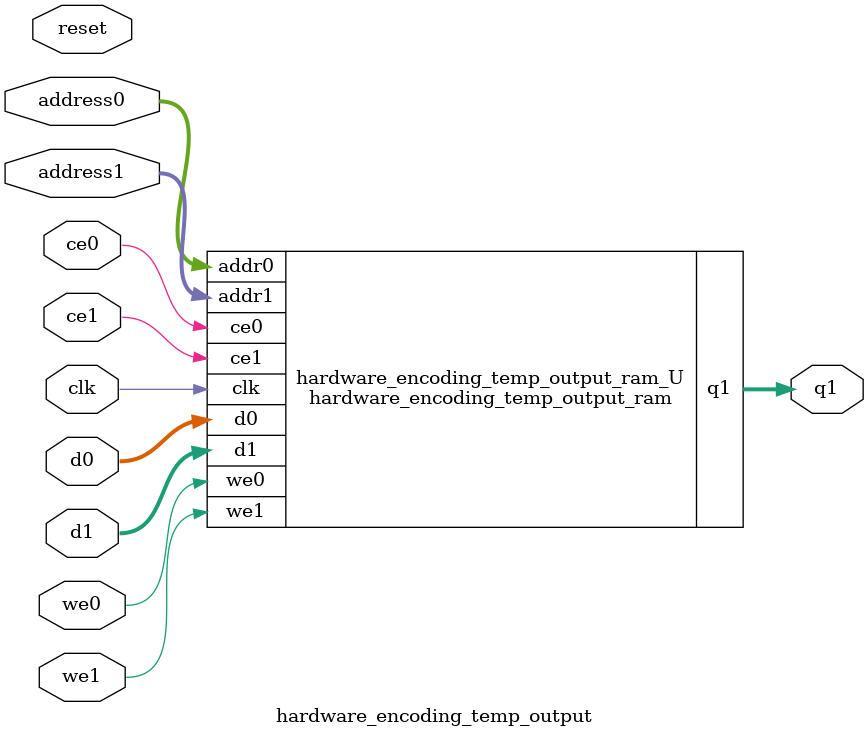
<source format=v>
`timescale 1 ns / 1 ps
module hardware_encoding_temp_output_ram (addr0, ce0, d0, we0, addr1, ce1, d1, we1, q1,  clk);

parameter DWIDTH = 8;
parameter AWIDTH = 14;
parameter MEM_SIZE = 8196;

input[AWIDTH-1:0] addr0;
input ce0;
input[DWIDTH-1:0] d0;
input we0;
input[AWIDTH-1:0] addr1;
input ce1;
input[DWIDTH-1:0] d1;
input we1;
output reg[DWIDTH-1:0] q1;
input clk;

reg [DWIDTH-1:0] ram[0:MEM_SIZE-1];




always @(posedge clk)  
begin 
    if (ce0) begin
        if (we0) 
            ram[addr0] <= d0; 
    end
end


always @(posedge clk)  
begin 
    if (ce1) begin
        if (we1) 
            ram[addr1] <= d1; 
        q1 <= ram[addr1];
    end
end


endmodule

`timescale 1 ns / 1 ps
module hardware_encoding_temp_output(
    reset,
    clk,
    address0,
    ce0,
    we0,
    d0,
    address1,
    ce1,
    we1,
    d1,
    q1);

parameter DataWidth = 32'd8;
parameter AddressRange = 32'd8196;
parameter AddressWidth = 32'd14;
input reset;
input clk;
input[AddressWidth - 1:0] address0;
input ce0;
input we0;
input[DataWidth - 1:0] d0;
input[AddressWidth - 1:0] address1;
input ce1;
input we1;
input[DataWidth - 1:0] d1;
output[DataWidth - 1:0] q1;



hardware_encoding_temp_output_ram hardware_encoding_temp_output_ram_U(
    .clk( clk ),
    .addr0( address0 ),
    .ce0( ce0 ),
    .we0( we0 ),
    .d0( d0 ),
    .addr1( address1 ),
    .ce1( ce1 ),
    .we1( we1 ),
    .d1( d1 ),
    .q1( q1 ));

endmodule


</source>
